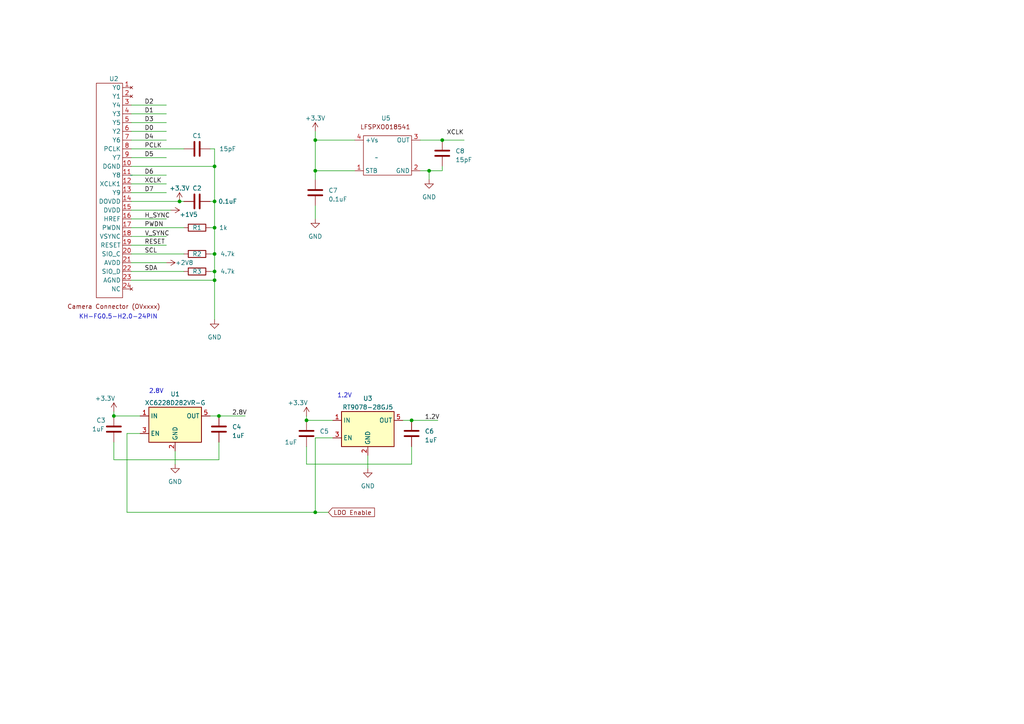
<source format=kicad_sch>
(kicad_sch (version 20230121) (generator eeschema)
  (paper "A4")
  (lib_symbols
    (symbol "Device:C" (pin_numbers hide) (pin_names (offset 0.254))
      (property "Reference" "C" (at 0.635 2.54 0))
      (property "Value" "C" (at 0.635 -2.54 0))
      (symbol "C_0_1"
        (polyline (pts (xy -2.032 -0.762) (xy 2.032 -0.762)) (stroke (width 0.508)))
        (polyline (pts (xy -2.032 0.762) (xy 2.032 0.762)) (stroke (width 0.508)))
      )
      (symbol "C_1_1"
        (pin passive line (at 0 3.81 270) (length 2.794) (name "~") (number "1"))
        (pin passive line (at 0 -3.81 90) (length 2.794) (name "~") (number "2"))
      )
    )
    (symbol "Device:R" (pin_numbers hide) (pin_names (offset 0))
      (property "Reference" "R" (at 2.032 0 90))
      (property "Value" "R" (at 0 0 90))
      (symbol "R_0_1"
        (rectangle (start -1.016 -2.54) (end 1.016 2.54) (stroke (width 0.254)))
      )
      (symbol "R_1_1"
        (pin passive line (at 0 3.81 270) (length 1.27) (name "~") (number "1"))
        (pin passive line (at 0 -3.81 90) (length 1.27) (name "~") (number "2"))
      )
    )
    (symbol "LFSPXO018541_1"
      (property "Reference" "U" (at 0 -1.27 0))
      (symbol "LFSPXO018541_1_0_1"
        (rectangle (start -7.62 7.62) (end 6.35 -3.81))
        (text "LFSPXO018541" (at -1.27 10.16 0) (effects (font (size 1.27 1.27))))
      )
      (symbol "LFSPXO018541_1_1_1"
        (pin input line (at -10.16 -2.54 0) (length 2.54) (name "STB") (number "1"))
        (pin input line (at 8.89 -2.54 180) (length 2.54) (name "GND") (number "2"))
        (pin output line (at 8.89 6.35 180) (length 2.54) (name "OUT") (number "3"))
        (pin input line (at -10.16 6.35 0) (length 2.54) (name "+Vs") (number "4"))
      )
    )
    (symbol "OV5640_1"
      (property "Reference" "U2" (at -3.81 27.94 0))
      (property "Value" "~" (at 1.27 0 0))
      (symbol "OV5640_1_0_1"
        (rectangle (start -8.89 26.67) (end -1.27 -35.56))
        (text "Camera Connector (OVxxxx)\n" (at -3.81 -38.1 0) (effects (font (size 1.27 1.27))))
      )
      (symbol "OV5640_1_1_1"
        (pin no_connect line (at 1.27 25.4 180) (length 2.54) (name "Y0") (number "1"))
        (pin power_out line (at 1.27 2.54 180) (length 2.54) (name "DGND") (number "10"))
        (pin output line (at 1.27 0 180) (length 2.54) (name "Y8") (number "11"))
        (pin input line (at 1.27 -2.54 180) (length 2.54) (name "XCLK1") (number "12"))
        (pin output line (at 1.27 -5.08 180) (length 2.54) (name "Y9") (number "13"))
        (pin power_in line (at 1.27 -7.62 180) (length 2.54) (name "DOVDD") (number "14"))
        (pin power_in line (at 1.27 -10.16 180) (length 2.54) (name "DVDD") (number "15"))
        (pin output line (at 1.27 -12.7 180) (length 2.54) (name "HREF") (number "16"))
        (pin input line (at 1.27 -15.24 180) (length 2.54) (name "PWDN") (number "17"))
        (pin output line (at 1.27 -17.78 180) (length 2.54) (name "VSYNC") (number "18"))
        (pin input line (at 1.27 -20.32 180) (length 2.54) (name "RESET") (number "19"))
        (pin no_connect line (at 1.27 22.86 180) (length 2.54) (name "Y1") (number "2"))
        (pin input line (at 1.27 -22.86 180) (length 2.54) (name "SIO_C") (number "20"))
        (pin power_in line (at 1.27 -25.4 180) (length 2.54) (name "AVDD") (number "21"))
        (pin input line (at 1.27 -27.94 180) (length 2.54) (name "SIO_D") (number "22"))
        (pin power_out line (at 1.27 -30.48 180) (length 2.54) (name "AGND") (number "23"))
        (pin no_connect line (at 1.27 -33.02 180) (length 2.54) (name "NC") (number "24"))
        (pin output line (at 1.27 20.32 180) (length 2.54) (name "Y4") (number "3"))
        (pin output line (at 1.27 17.78 180) (length 2.54) (name "Y3") (number "4"))
        (pin output line (at 1.27 15.24 180) (length 2.54) (name "Y5") (number "5"))
        (pin output line (at 1.27 12.7 180) (length 2.54) (name "Y2") (number "6"))
        (pin output line (at 1.27 10.16 180) (length 2.54) (name "Y6") (number "7"))
        (pin output line (at 1.27 7.62 180) (length 2.54) (name "PCLK") (number "8"))
        (pin output line (at 1.27 5.08 180) (length 2.54) (name "Y7") (number "9"))
      )
    )
    (symbol "Regulator_Linear:NCV8114ASN280T1G"
      (property "Reference" "U" (at 0 8.89 0))
      (property "Value" "NCV8114ASN280T1G" (at 0 6.35 0))
      (symbol "NCV8114ASN280T1G_0_1"
        (rectangle (start -7.62 5.08) (end 7.62 -5.08) (stroke (width 0.254)) (fill (type background)))
      )
      (symbol "NCV8114ASN280T1G_1_1"
        (pin power_in line (at -10.16 2.54 0) (length 2.54) (name "IN") (number "1"))
        (pin power_in line (at 0 -7.62 90) (length 2.54) (name "GND") (number "2"))
        (pin input line (at -10.16 -2.54 0) (length 2.54) (name "EN") (number "3"))
        (pin no_connect line (at 7.62 -2.54 180) (length 2.54) hide (name "NC") (number "4"))
        (pin power_out line (at 10.16 2.54 180) (length 2.54) (name "OUT") (number "5"))
      )
    )
    (symbol "power:+1V5" (power) (pin_names (offset 0))
      (property "Value" "+1V5" (at 0 3.556 0))
      (symbol "+1V5_0_1"
        (polyline (pts (xy -0.762 1.27) (xy 0 2.54)))
        (polyline (pts (xy 0 0) (xy 0 2.54)))
        (polyline (pts (xy 0 2.54) (xy 0.762 1.27)))
      )
      (symbol "+1V5_1_1"
        (pin power_in line (at 0 0 90) (length 0) hide (name "+1V5") (number "1"))
      )
    )
    (symbol "power:+2V8" (power) (pin_names (offset 0))
      (property "Value" "+2V8" (at 0 3.556 0))
      (symbol "+2V8_0_1"
        (polyline (pts (xy -0.762 1.27) (xy 0 2.54)))
        (polyline (pts (xy 0 0) (xy 0 2.54)))
        (polyline (pts (xy 0 2.54) (xy 0.762 1.27)))
      )
      (symbol "+2V8_1_1"
        (pin power_in line (at 0 0 90) (length 0) hide (name "+2V8") (number "1"))
      )
    )
    (symbol "power:+3.3V" (power) (pin_names (offset 0))
      (property "Value" "+3.3V" (at 0 3.556 0))
      (symbol "+3.3V_0_1"
        (polyline (pts (xy -0.762 1.27) (xy 0 2.54)))
        (polyline (pts (xy 0 0) (xy 0 2.54)))
        (polyline (pts (xy 0 2.54) (xy 0.762 1.27)))
      )
      (symbol "+3.3V_1_1"
        (pin power_in line (at 0 0 90) (length 0) hide (name "+3.3V") (number "1"))
      )
    )
    (symbol "power:GND" (power) (pin_names (offset 0))
      (property "Value" "GND" (at 0 -3.81 0))
      (symbol "GND_0_1"
        (polyline (pts (xy 0 0) (xy 0 -1.27) (xy 1.27 -1.27) (xy 0 -2.54) (xy -1.27 -1.27) (xy 0 -1.27)))
      )
      (symbol "GND_1_1"
        (pin power_in line (at 0 0 270) (length 0) hide (name "GND") (number "1"))
      )
    )
  )
  (junction (at 91.44 148.59))
  (junction (at 119.38 121.92))
  (junction (at 128.27 40.64))
  (junction (at 62.23 81.28))
  (junction (at 88.9 121.92))
  (junction (at 62.23 66.04))
  (junction (at 62.23 78.74))
  (junction (at 62.23 48.26))
  (junction (at 52.07 58.42))
  (junction (at 33.02 120.65))
  (junction (at 63.5 120.65))
  (junction (at 124.46 49.53))
  (junction (at 62.23 58.42))
  (junction (at 91.44 49.53))
  (junction (at 91.44 40.64))
  (junction (at 62.23 73.66))
  (wire (pts (xy 91.44 38.1) (xy 91.44 40.64)))
  (wire (pts (xy 91.44 59.69) (xy 91.44 63.5)))
  (wire (pts (xy 38.1 43.18) (xy 53.34 43.18)))
  (wire (pts (xy 62.23 58.42) (xy 62.23 66.04)))
  (wire (pts (xy 62.23 48.26) (xy 62.23 58.42)))
  (wire (pts (xy 38.1 40.64) (xy 48.26 40.64)))
  (wire (pts (xy 36.83 148.59) (xy 91.44 148.59)))
  (wire (pts (xy 38.1 68.58) (xy 48.26 68.58)))
  (wire (pts (xy 88.9 134.62) (xy 119.38 134.62)))
  (wire (pts (xy 38.1 50.8) (xy 48.26 50.8)))
  (wire (pts (xy 36.83 148.59) (xy 36.83 125.73)))
  (wire (pts (xy 62.23 66.04) (xy 62.23 73.66)))
  (wire (pts (xy 128.27 48.26) (xy 128.27 49.53)))
  (wire (pts (xy 38.1 45.72) (xy 48.26 45.72)))
  (wire (pts (xy 38.1 60.96) (xy 49.53 60.96)))
  (wire (pts (xy 124.46 49.53) (xy 124.46 52.07)))
  (wire (pts (xy 106.68 132.08) (xy 106.68 135.89)))
  (wire (pts (xy 60.96 43.18) (xy 62.23 43.18)))
  (wire (pts (xy 60.96 73.66) (xy 62.23 73.66)))
  (wire (pts (xy 91.44 148.59) (xy 95.25 148.59)))
  (wire (pts (xy 91.44 49.53) (xy 102.87 49.53)))
  (wire (pts (xy 38.1 71.12) (xy 48.26 71.12)))
  (wire (pts (xy 38.1 38.1) (xy 48.26 38.1)))
  (wire (pts (xy 91.44 40.64) (xy 91.44 49.53)))
  (wire (pts (xy 53.34 58.42) (xy 52.07 58.42)))
  (wire (pts (xy 91.44 127) (xy 91.44 148.59)))
  (wire (pts (xy 38.1 81.28) (xy 62.23 81.28)))
  (wire (pts (xy 91.44 49.53) (xy 91.44 52.07)))
  (wire (pts (xy 62.23 78.74) (xy 62.23 81.28)))
  (wire (pts (xy 38.1 33.02) (xy 48.26 33.02)))
  (wire (pts (xy 128.27 40.64) (xy 134.62 40.64)))
  (wire (pts (xy 91.44 40.64) (xy 102.87 40.64)))
  (wire (pts (xy 38.1 63.5) (xy 48.26 63.5)))
  (wire (pts (xy 62.23 43.18) (xy 62.23 48.26)))
  (wire (pts (xy 88.9 121.92) (xy 96.52 121.92)))
  (wire (pts (xy 96.52 127) (xy 91.44 127)))
  (wire (pts (xy 38.1 78.74) (xy 53.34 78.74)))
  (wire (pts (xy 38.1 48.26) (xy 62.23 48.26)))
  (wire (pts (xy 62.23 73.66) (xy 62.23 78.74)))
  (wire (pts (xy 40.64 125.73) (xy 36.83 125.73)))
  (wire (pts (xy 33.02 128.27) (xy 33.02 133.35)))
  (wire (pts (xy 50.8 130.81) (xy 50.8 134.62)))
  (wire (pts (xy 128.27 49.53) (xy 124.46 49.53)))
  (wire (pts (xy 33.02 120.65) (xy 33.02 119.38)))
  (wire (pts (xy 88.9 121.92) (xy 88.9 120.65)))
  (wire (pts (xy 38.1 53.34) (xy 48.26 53.34)))
  (wire (pts (xy 60.96 78.74) (xy 62.23 78.74)))
  (wire (pts (xy 38.1 76.2) (xy 48.26 76.2)))
  (wire (pts (xy 119.38 121.92) (xy 127 121.92)))
  (wire (pts (xy 60.96 66.04) (xy 62.23 66.04)))
  (wire (pts (xy 63.5 120.65) (xy 71.12 120.65)))
  (wire (pts (xy 38.1 35.56) (xy 48.26 35.56)))
  (wire (pts (xy 63.5 128.27) (xy 63.5 133.35)))
  (wire (pts (xy 121.92 49.53) (xy 124.46 49.53)))
  (wire (pts (xy 38.1 73.66) (xy 53.34 73.66)))
  (wire (pts (xy 88.9 129.54) (xy 88.9 134.62)))
  (wire (pts (xy 121.92 40.64) (xy 128.27 40.64)))
  (wire (pts (xy 33.02 133.35) (xy 63.5 133.35)))
  (wire (pts (xy 62.23 81.28) (xy 62.23 92.71)))
  (wire (pts (xy 38.1 55.88) (xy 48.26 55.88)))
  (wire (pts (xy 60.96 58.42) (xy 62.23 58.42)))
  (wire (pts (xy 60.96 120.65) (xy 63.5 120.65)))
  (wire (pts (xy 38.1 66.04) (xy 53.34 66.04)))
  (wire (pts (xy 33.02 120.65) (xy 40.64 120.65)))
  (wire (pts (xy 116.84 121.92) (xy 119.38 121.92)))
  (wire (pts (xy 38.1 30.48) (xy 48.26 30.48)))
  (wire (pts (xy 38.1 58.42) (xy 52.07 58.42)))
  (wire (pts (xy 119.38 129.54) (xy 119.38 134.62)))
  (text "KH-FG0.5-H2.0-24PIN" (at 22.86 92.71 0) (effects (font (size 1.27 1.27)) (justify left bottom)))
  (text "2.8V\n" (at 43.18 114.3 0) (effects (font (size 1.27 1.27)) (justify left bottom)))
  (text "1.2V\n" (at 97.79 115.57 0) (effects (font (size 1.27 1.27)) (justify left bottom)))
  (label "D4" (at 41.91 40.64 0))
  (label "XCLK" (at 129.54 39.37 0))
  (label "1.2V" (at 123.19 121.92 0))
  (label "SCL" (at 41.91 73.66 0))
  (label "SDA" (at 41.91 78.74 0))
  (label "V_SYNC" (at 41.9901 68.6861 0))
  (label "D7" (at 41.91 55.88 0))
  (label "PWDN" (at 41.91 66.04 0))
  (label "D1" (at 41.91 33.02 0))
  (label "D0" (at 41.91 38.1 0))
  (label "XCLK" (at 41.91 53.34 0))
  (label "2.8V" (at 67.31 120.65 0))
  (label "D3" (at 41.91 35.56 0))
  (label "D2" (at 41.91 30.48 0))
  (label "RESET" (at 41.91 71.12 0))
  (label "H_SYNC" (at 41.91 63.5 0))
  (label "D5" (at 41.91 45.72 0))
  (label "PCLK" (at 41.91 43.18 0))
  (label "D6" (at 41.91 50.8 0))
  (global_label "LDO Enable" (shape input) (at 95.25 148.59 0) (property "Intersheetrefs" "${INTERSHEET_REFS}" (effects hide)))
  (symbol (lib_id "power:+1V5") (at 49.53 60.96 270) (unit 1)
    (property "Reference" "#PWR05" (effects hide))
    (property "Value" "+1V2" (at 52.07 62.23 90) (effects (justify left)))
  )
  (symbol (lib_id "Device:C") (at 33.02 124.46 0) (unit 1)
    (property "Reference" "C3" (at 27.94 121.92 0) (effects (justify left)))
    (property "Value" "1uF" (at 26.67 124.46 0) (effects (justify left)))
    (property "Footprint" "Capacitor_SMD:C_1206_3216Metric" (effects hide))
  )
  (symbol (lib_id "power:+3.3V") (at 52.07 58.42 0) (unit 1)
    (property "Reference" "#PWR02" (effects hide))
    (property "Value" "+3.3V" (at 52.07 54.61 0))
  )
  (symbol (lib_id "Device:C") (at 88.9 125.73 0) (unit 1)
    (property "Reference" "C5" (at 92.71 125.095 0) (effects (justify left)))
    (property "Value" "1uF" (at 82.55 128.27 0) (effects (justify left)))
    (property "Footprint" "Capacitor_SMD:C_1206_3216Metric" (effects hide))
  )
  (symbol (lib_id "power:GND") (at 50.8 134.62 0) (unit 1)
    (property "Reference" "#PWR07" (effects hide))
    (property "Value" "GND" (at 50.8 139.7 0))
  )
  (symbol (lib_id "Device:R") (at 57.15 66.04 90) (unit 1)
    (property "Reference" "R1" (at 57.15 66.04 90))
    (property "Value" "1k" (at 64.77 66.04 90))
    (property "Footprint" "Resistor_SMD:R_1206_3216Metric" (effects hide))
  )
  (symbol (lib_id "power:GND") (at 106.68 135.89 0) (unit 1)
    (property "Reference" "#PWR09" (effects hide))
    (property "Value" "GND" (at 106.68 140.97 0))
  )
  (symbol (lib_name "OV5640_1") (lib_id "SOL:OV5640") (at 36.83 50.8 0) (unit 1)
    (property "Reference" "U2" (at 33.02 22.86 0))
    (property "Value" "~" (at 38.1 50.8 0))
    (property "Footprint" "Connector_FFC-FPC:Hirose_FH12-24S-0.5SH_1x24-1MP_P0.50mm_Horizontal" (effects hide))
  )
  (symbol (lib_id "power:+3.3V") (at 91.44 38.1 0) (unit 1)
    (property "Reference" "#PWR010" (effects hide))
    (property "Value" "+3.3V" (at 91.44 34.29 0))
  )
  (symbol (lib_id "Regulator_Linear:NCV8114ASN280T1G") (at 50.8 123.19 0) (unit 1)
    (property "Reference" "U1" (at 50.8 114.3 0))
    (property "Value" "XC6228D282VR-G" (at 50.8 116.84 0))
    (property "Footprint" "Package_TO_SOT_SMD:TSOT-23-5" (effects hide))
    (property "Datasheet" "https://ru.mouser.com/datasheet/2/308/NCV8114-D-1107616.pdf" (effects hide))
  )
  (symbol (lib_id "power:GND") (at 91.44 63.5 0) (unit 1)
    (property "Reference" "#PWR011" (effects hide))
    (property "Value" "GND" (at 91.44 68.58 0))
  )
  (symbol (lib_id "Device:R") (at 57.15 73.66 90) (unit 1)
    (property "Reference" "R2" (at 57.15 73.66 90))
    (property "Value" "4.7k" (at 66.04 73.66 90))
    (property "Footprint" "Resistor_SMD:R_1206_3216Metric" (effects hide))
  )
  (symbol (lib_id "power:+3.3V") (at 33.02 119.38 0) (unit 1)
    (property "Reference" "#PWR06" (effects hide))
    (property "Value" "+3.3V" (at 30.48 115.57 0))
  )
  (symbol (lib_id "Device:C") (at 63.5 124.46 0) (unit 1)
    (property "Reference" "C4" (at 67.31 123.825 0) (effects (justify left)))
    (property "Value" "1uF" (at 67.31 126.365 0) (effects (justify left)))
    (property "Footprint" "Capacitor_SMD:C_1206_3216Metric" (effects hide))
  )
  (symbol (lib_id "power:+2V8") (at 48.26 76.2 270) (unit 1)
    (property "Reference" "#PWR04" (effects hide))
    (property "Value" "+2V8" (at 50.8 76.2 90) (effects (justify left)))
  )
  (symbol (lib_id "Regulator_Linear:NCV8114ASN280T1G") (at 106.68 124.46 0) (unit 1)
    (property "Reference" "U3" (at 106.68 115.57 0))
    (property "Value" "RT9078-28GJ5" (at 106.68 118.11 0))
    (property "Footprint" "Package_TO_SOT_SMD:TSOT-23-5" (effects hide))
    (property "Datasheet" "https://ru.mouser.com/datasheet/2/308/NCV8114-D-1107616.pdf" (effects hide))
  )
  (symbol (lib_id "Device:C") (at 57.15 58.42 270) (unit 1)
    (property "Reference" "C2" (at 57.15 54.61 90))
    (property "Value" "0.1uF" (at 66.04 58.42 90))
    (property "Footprint" "Capacitor_SMD:C_1206_3216Metric" (effects hide))
  )
  (symbol (lib_id "Device:C") (at 119.38 125.73 0) (unit 1)
    (property "Reference" "C6" (at 123.19 125.095 0) (effects (justify left)))
    (property "Value" "1uF" (at 123.19 127.635 0) (effects (justify left)))
    (property "Footprint" "Capacitor_SMD:C_1206_3216Metric" (effects hide))
  )
  (symbol (lib_id "power:GND") (at 62.23 92.71 0) (unit 1)
    (property "Reference" "#PWR01" (effects hide))
    (property "Value" "GND" (at 62.23 97.79 0))
  )
  (symbol (lib_id "Device:C") (at 91.44 55.88 0) (unit 1)
    (property "Reference" "C7" (at 95.25 55.245 0) (effects (justify left)))
    (property "Value" "0.1uF" (at 95.25 57.785 0) (effects (justify left)))
    (property "Footprint" "Capacitor_SMD:C_1206_3216Metric" (effects hide))
  )
  (symbol (lib_id "Device:R") (at 57.15 78.74 90) (unit 1)
    (property "Reference" "R3" (at 57.15 78.74 90))
    (property "Value" "4.7k" (at 66.04 78.74 90))
    (property "Footprint" "Resistor_SMD:R_1206_3216Metric" (effects hide))
  )
  (symbol (lib_id "power:GND") (at 124.46 52.07 0) (unit 1)
    (property "Reference" "#PWR012" (effects hide))
    (property "Value" "GND" (at 124.46 57.15 0))
  )
  (symbol (lib_id "power:+3.3V") (at 88.9 120.65 0) (unit 1)
    (property "Reference" "#PWR08" (effects hide))
    (property "Value" "+3.3V" (at 86.36 116.84 0))
  )
  (symbol (lib_id "Device:C") (at 128.27 44.45 0) (unit 1)
    (property "Reference" "C8" (at 132.08 43.815 0) (effects (justify left)))
    (property "Value" "15pF" (at 132.08 46.355 0) (effects (justify left)))
    (property "Footprint" "Capacitor_SMD:C_1206_3216Metric" (effects hide))
  )
  (symbol (lib_id "Device:C") (at 57.15 43.18 270) (unit 1)
    (property "Reference" "C1" (at 57.15 39.37 90))
    (property "Value" "15pF" (at 66.04 43.18 90))
    (property "Footprint" "Capacitor_SMD:C_1206_3216Metric" (effects hide))
  )
  (symbol (lib_name "LFSPXO018541_1") (lib_id "SOL:LFSPXO018541") (at 113.03 46.99 0) (unit 1)
    (property "Reference" "U5" (at 111.9359 34.29 0))
    (property "Value" "~" (at 109.22 45.72 0))
    (property "Footprint" "Oscillator:Oscillator_SMD_SeikoEpson_SG8002CA-4Pin_7.0x5.0mm" (effects hide))
  )
)
</source>
